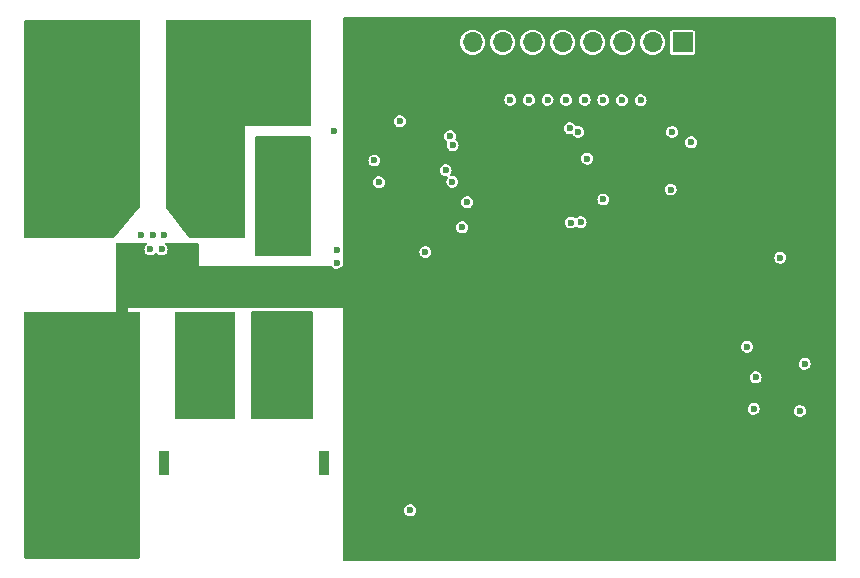
<source format=gbr>
%TF.GenerationSoftware,KiCad,Pcbnew,7.0.5*%
%TF.CreationDate,2023-06-27T23:48:28+08:00*%
%TF.ProjectId,BQ40Z80,42513430-5a38-4302-9e6b-696361645f70,rev?*%
%TF.SameCoordinates,Original*%
%TF.FileFunction,Copper,L2,Inr*%
%TF.FilePolarity,Positive*%
%FSLAX46Y46*%
G04 Gerber Fmt 4.6, Leading zero omitted, Abs format (unit mm)*
G04 Created by KiCad (PCBNEW 7.0.5) date 2023-06-27 23:48:28*
%MOMM*%
%LPD*%
G01*
G04 APERTURE LIST*
G04 Aperture macros list*
%AMRoundRect*
0 Rectangle with rounded corners*
0 $1 Rounding radius*
0 $2 $3 $4 $5 $6 $7 $8 $9 X,Y pos of 4 corners*
0 Add a 4 corners polygon primitive as box body*
4,1,4,$2,$3,$4,$5,$6,$7,$8,$9,$2,$3,0*
0 Add four circle primitives for the rounded corners*
1,1,$1+$1,$2,$3*
1,1,$1+$1,$4,$5*
1,1,$1+$1,$6,$7*
1,1,$1+$1,$8,$9*
0 Add four rect primitives between the rounded corners*
20,1,$1+$1,$2,$3,$4,$5,0*
20,1,$1+$1,$4,$5,$6,$7,0*
20,1,$1+$1,$6,$7,$8,$9,0*
20,1,$1+$1,$8,$9,$2,$3,0*%
G04 Aperture macros list end*
%TA.AperFunction,ComponentPad*%
%ADD10R,0.900000X2.000000*%
%TD*%
%TA.AperFunction,ComponentPad*%
%ADD11RoundRect,1.025000X1.025000X1.025000X-1.025000X1.025000X-1.025000X-1.025000X1.025000X-1.025000X0*%
%TD*%
%TA.AperFunction,ComponentPad*%
%ADD12C,4.100000*%
%TD*%
%TA.AperFunction,ComponentPad*%
%ADD13R,1.700000X1.700000*%
%TD*%
%TA.AperFunction,ComponentPad*%
%ADD14O,1.700000X1.700000*%
%TD*%
%TA.AperFunction,Conductor*%
%ADD15RoundRect,0.200000X-0.300000X0.050000X-0.300000X-0.050000X0.300000X-0.050000X0.300000X0.050000X0*%
%TD*%
%TA.AperFunction,ViaPad*%
%ADD16C,0.600000*%
%TD*%
G04 APERTURE END LIST*
%TA.AperFunction,EtchedComponent*%
%TO.C,NT2*%
G36*
X109008800Y-125264800D02*
G01*
X108008800Y-125264800D01*
X108008800Y-124264800D01*
X109008800Y-124264800D01*
X109008800Y-125264800D01*
G37*
%TD.AperFunction*%
%TD*%
D10*
%TO.N,*%
%TO.C,J5*%
X125596600Y-137729200D03*
X112096600Y-137729200D03*
D11*
%TO.N,/PACK-*%
X115246600Y-131729200D03*
D12*
%TO.N,/PACK+*%
X122446600Y-131729200D03*
%TD*%
D13*
%TO.N,/PIN12*%
%TO.C,J4*%
X155981400Y-102108000D03*
D14*
%TO.N,/PIN13*%
X153441400Y-102108000D03*
%TO.N,/PIN15*%
X150901400Y-102108000D03*
%TO.N,/PIN16*%
X148361400Y-102108000D03*
%TO.N,/PIN17*%
X145821400Y-102108000D03*
%TO.N,/PIN20*%
X143281400Y-102108000D03*
%TO.N,/PIN21*%
X140741400Y-102108000D03*
%TO.N,/PIN22*%
X138201400Y-102108000D03*
%TD*%
D15*
%TO.N,GND*%
%TO.C,NT2*%
X108508800Y-124264800D03*
%TO.N,GNDPWR*%
X108508800Y-125264800D03*
%TD*%
D16*
%TO.N,GND*%
X134467600Y-134975600D03*
X151815800Y-144373600D03*
X146633800Y-113131200D03*
X135813800Y-101498400D03*
X160274000Y-125069600D03*
X145744800Y-113131200D03*
X167792400Y-111683800D03*
X146633800Y-114020200D03*
X114604800Y-122402600D03*
X135813800Y-103632000D03*
X166827200Y-122428000D03*
X144855800Y-114909200D03*
X108331000Y-122631200D03*
X135813800Y-102920800D03*
X144855800Y-113131200D03*
X150393400Y-144373600D03*
X167792400Y-114528600D03*
X167792400Y-113817400D03*
X158419800Y-100685600D03*
X158419800Y-102819200D03*
X152501600Y-117500400D03*
X144855800Y-114020200D03*
X131419600Y-124282200D03*
X135813800Y-100787200D03*
X136601200Y-134975600D03*
X135890000Y-134975600D03*
X160274000Y-126492000D03*
X166827200Y-123139200D03*
X158419800Y-102108000D03*
X160274000Y-125780800D03*
X162052000Y-113487200D03*
X166827200Y-121716800D03*
X152527000Y-144373600D03*
X149682200Y-144373600D03*
X158419800Y-101396800D03*
X133527800Y-143865600D03*
X134239000Y-143865600D03*
X161366200Y-109626400D03*
X135178800Y-134975600D03*
X151104600Y-144373600D03*
X109778800Y-122605800D03*
X153924000Y-117500400D03*
X167792400Y-112395000D03*
X145744800Y-114909200D03*
X153212800Y-117500400D03*
X151079200Y-117500400D03*
X151790400Y-117500400D03*
X132816600Y-143865600D03*
X130632200Y-124282200D03*
X135813800Y-102209600D03*
X137312400Y-134975600D03*
X158419800Y-103530400D03*
X145744800Y-114020200D03*
X130632200Y-122351800D03*
X167792400Y-113106200D03*
X131419600Y-122351800D03*
X161391600Y-111556800D03*
X160477200Y-114020600D03*
X146633800Y-114909200D03*
%TO.N,/SR_P*%
X147352100Y-117341300D03*
X110921800Y-119634000D03*
%TO.N,/PACK+*%
X122783600Y-129082800D03*
X120243600Y-129082800D03*
X122783600Y-127812800D03*
X124053600Y-126542800D03*
X122783600Y-126542800D03*
X124053600Y-127812800D03*
X120243600Y-127812800D03*
X136525000Y-110820200D03*
X124053600Y-125272800D03*
X126691947Y-120780637D03*
X121513600Y-127812800D03*
X122783600Y-125272800D03*
X124053600Y-129082800D03*
X121513600Y-129082800D03*
X121513600Y-125272800D03*
X121513600Y-126542800D03*
X120243600Y-126542800D03*
X120243600Y-125272800D03*
%TO.N,/SR_N*%
X111887000Y-119634000D03*
X146514300Y-117373400D03*
%TO.N,/BAT+*%
X102565200Y-113741200D03*
X105105200Y-115011200D03*
X108915200Y-109931200D03*
X105105200Y-109931200D03*
X108915200Y-115011200D03*
X102565200Y-104851200D03*
X107645200Y-113741200D03*
X101295200Y-102311200D03*
X106375200Y-108661200D03*
X103835200Y-104851200D03*
X106375200Y-112471200D03*
X137312400Y-117779800D03*
X101295200Y-109931200D03*
X107645200Y-101041200D03*
X108915200Y-111201200D03*
X108915200Y-103581200D03*
X105105200Y-102311200D03*
X107645200Y-104851200D03*
X103835200Y-117551200D03*
X107645200Y-117551200D03*
X107645200Y-103581200D03*
X101295200Y-115011200D03*
X105105200Y-107391200D03*
X101295200Y-108661200D03*
X106375200Y-106121200D03*
X108915200Y-107391200D03*
X102565200Y-112471200D03*
X103835200Y-111201200D03*
X105105200Y-117551200D03*
X107645200Y-102311200D03*
X102565200Y-111201200D03*
X102565200Y-115011200D03*
X107645200Y-107391200D03*
X102565200Y-102311200D03*
X106375200Y-104851200D03*
X106375200Y-111201200D03*
X102565200Y-116281200D03*
X102565200Y-109931200D03*
X108915200Y-108661200D03*
X106375200Y-101041200D03*
X103835200Y-102311200D03*
X108915200Y-106121200D03*
X102565200Y-103581200D03*
X101295200Y-112471200D03*
X107645200Y-116281200D03*
X103835200Y-109931200D03*
X106375200Y-102311200D03*
X105105200Y-103581200D03*
X106375200Y-117551200D03*
X103835200Y-107391200D03*
X106375200Y-103581200D03*
X101295200Y-117551200D03*
X107645200Y-111201200D03*
X106375200Y-115011200D03*
X106375200Y-107391200D03*
X108915200Y-101041200D03*
X105105200Y-113741200D03*
X103835200Y-103581200D03*
X105105200Y-116281200D03*
X101295200Y-104851200D03*
X101295200Y-101041200D03*
X107645200Y-109931200D03*
X106375200Y-113741200D03*
X101295200Y-111201200D03*
X103835200Y-113741200D03*
X102565200Y-106121200D03*
X102565200Y-117551200D03*
X108915200Y-116281200D03*
X101295200Y-116281200D03*
X101295200Y-113741200D03*
X106375200Y-109931200D03*
X108915200Y-113741200D03*
X103835200Y-108661200D03*
X107645200Y-106121200D03*
X108915200Y-102311200D03*
X103835200Y-112471200D03*
X102565200Y-108661200D03*
X101295200Y-103581200D03*
X105105200Y-111201200D03*
X105105200Y-101041200D03*
X105105200Y-112471200D03*
X105105200Y-106121200D03*
X107645200Y-112471200D03*
X106375200Y-116281200D03*
X103835200Y-115011200D03*
X101295200Y-107391200D03*
X108915200Y-104851200D03*
X103835200Y-116281200D03*
X103835200Y-101041200D03*
X103835200Y-106121200D03*
X101295200Y-106121200D03*
X105105200Y-104851200D03*
X108915200Y-112471200D03*
X102565200Y-107391200D03*
X107645200Y-115011200D03*
X102565200Y-101041200D03*
X105105200Y-108661200D03*
X107645200Y-108661200D03*
%TO.N,/LEDCNTLA*%
X165912800Y-133324600D03*
X166319200Y-129336800D03*
%TO.N,Net-(Q7-D)*%
X112115600Y-118414800D03*
X132054600Y-108788200D03*
X111150400Y-118414800D03*
X110159800Y-118414800D03*
%TO.N,/TS1*%
X132918200Y-141732000D03*
X149275800Y-115417600D03*
%TO.N,Net-(Q12-D)*%
X124053600Y-114452400D03*
X122783600Y-113182400D03*
X121513600Y-114452400D03*
X122783600Y-115722400D03*
X122783600Y-111912400D03*
X120243600Y-114452400D03*
X120243600Y-115722400D03*
X121513600Y-110642400D03*
X124053600Y-116992400D03*
X120243600Y-119532400D03*
X124053600Y-115722400D03*
X122783600Y-119532400D03*
X130276600Y-113969800D03*
X122783600Y-118262400D03*
X121513600Y-116992400D03*
X120243600Y-118262400D03*
X121513600Y-111912400D03*
X122783600Y-116992400D03*
X121513600Y-113182400D03*
X124053600Y-111912400D03*
X136296400Y-110068900D03*
X122783600Y-110642400D03*
X120243600Y-113182400D03*
X121513600Y-118262400D03*
X124053600Y-110642400D03*
X120243600Y-111912400D03*
X121513600Y-115722400D03*
X124053600Y-113182400D03*
X124053600Y-119532400D03*
X122783600Y-114452400D03*
X120243600Y-116992400D03*
X121513600Y-119532400D03*
X124053600Y-118262400D03*
X120243600Y-110642400D03*
%TO.N,Net-(Q8-G)*%
X126441200Y-109651800D03*
X137744200Y-115646200D03*
%TO.N,Net-(Q9-G)*%
X129895600Y-112115600D03*
X136499600Y-113919000D03*
%TO.N,Net-(Q12-G)*%
X135930100Y-112953800D03*
X126695200Y-119735600D03*
%TO.N,/PACK-*%
X113588800Y-127812800D03*
X117398800Y-126542800D03*
X113588800Y-126542800D03*
X114858800Y-127812800D03*
X116128800Y-129082800D03*
X114858800Y-126542800D03*
X117398800Y-125272800D03*
X116128800Y-125272800D03*
X114858800Y-125272800D03*
X113588800Y-125272800D03*
X117398800Y-129082800D03*
X117398800Y-127812800D03*
X116128800Y-126542800D03*
X114858800Y-129082800D03*
X113588800Y-129082800D03*
X116128800Y-127812800D03*
%TO.N,/PIN22*%
X161442400Y-127889000D03*
X141401800Y-106981500D03*
%TO.N,/PIN21*%
X142976600Y-106981500D03*
X162179000Y-130479800D03*
%TO.N,/PIN20*%
X144551400Y-106981500D03*
X162001200Y-133146800D03*
%TO.N,/PIN13*%
X150850600Y-107007900D03*
%TO.N,/PIN16*%
X147701000Y-106969300D03*
X134213600Y-119862600D03*
%TO.N,/PIN17*%
X146126200Y-106981500D03*
X147904200Y-111963200D03*
X154965400Y-114579400D03*
%TO.N,/PIN15*%
X164261800Y-120345200D03*
X149275800Y-106994700D03*
%TO.N,/PIN12*%
X152425400Y-107007900D03*
%TO.N,/SMBC*%
X156712223Y-110584360D03*
X146431596Y-109382184D03*
%TO.N,/SMBD*%
X155092400Y-109702600D03*
X147142200Y-109702600D03*
%TO.N,Net-(C9-Pad1)*%
X115214400Y-109931200D03*
X121564400Y-101041200D03*
X121564400Y-103581200D03*
X124104400Y-102311200D03*
X121564400Y-104851200D03*
X119024400Y-104851200D03*
X116484400Y-112471200D03*
X115214400Y-104851200D03*
X116484400Y-113741200D03*
X112674400Y-111201200D03*
X120294400Y-103581200D03*
X124104400Y-101041200D03*
X119024400Y-106121200D03*
X117754400Y-107391200D03*
X112674400Y-106121200D03*
X117754400Y-103581200D03*
X124104400Y-103581200D03*
X117754400Y-104851200D03*
X112674400Y-101041200D03*
X120294400Y-102311200D03*
X122834400Y-103581200D03*
X113944400Y-106121200D03*
X112674400Y-113741200D03*
X122834400Y-104851200D03*
X112674400Y-115011200D03*
X122834400Y-107391200D03*
X112674400Y-109931200D03*
X117754400Y-115011200D03*
X115214400Y-108661200D03*
X113944400Y-102311200D03*
X112674400Y-104851200D03*
X122834400Y-106121200D03*
X115214400Y-117551200D03*
X116484400Y-108661200D03*
X120294400Y-101041200D03*
X119024400Y-101041200D03*
X124104400Y-107391200D03*
X113944400Y-107391200D03*
X115214400Y-103581200D03*
X113944400Y-101041200D03*
X113944400Y-104851200D03*
X116484400Y-101041200D03*
X113944400Y-117551200D03*
X116484400Y-106121200D03*
X120294400Y-106121200D03*
X117754400Y-108661200D03*
X115214400Y-116281200D03*
X112674400Y-112471200D03*
X115214400Y-107391200D03*
X117754400Y-111201200D03*
X116484400Y-102311200D03*
X116484400Y-104851200D03*
X122834400Y-101041200D03*
X117754400Y-112471200D03*
X112674400Y-103581200D03*
X115214400Y-113741200D03*
X117754400Y-106121200D03*
X113944400Y-103581200D03*
X120294400Y-107391200D03*
X122834400Y-102311200D03*
X121564400Y-106121200D03*
X113944400Y-113741200D03*
X117754400Y-116281200D03*
X119024400Y-107391200D03*
X113944400Y-108661200D03*
X115214400Y-102311200D03*
X124104400Y-106121200D03*
X112674400Y-102311200D03*
X117754400Y-109931200D03*
X113944400Y-116281200D03*
X120294400Y-104851200D03*
X119024400Y-102311200D03*
X115214400Y-106121200D03*
X116484400Y-116281200D03*
X115214400Y-115011200D03*
X113944400Y-112471200D03*
X116484400Y-107391200D03*
X116484400Y-111201200D03*
X113944400Y-111201200D03*
X113944400Y-109931200D03*
X115214400Y-112471200D03*
X112674400Y-107391200D03*
X112674400Y-108661200D03*
X117754400Y-101041200D03*
X117754400Y-102311200D03*
X116484400Y-103581200D03*
X119024400Y-103581200D03*
X115214400Y-111201200D03*
X116484400Y-109931200D03*
X121564400Y-107391200D03*
X113944400Y-115011200D03*
X115214400Y-101041200D03*
X117754400Y-113741200D03*
X116484400Y-115011200D03*
X121564400Y-102311200D03*
X124104400Y-104851200D03*
%TO.N,GNDPWR*%
X108839000Y-127127000D03*
X103759000Y-142367000D03*
X101219000Y-130937000D03*
X108839000Y-134747000D03*
X102489000Y-139827000D03*
X107569000Y-137287000D03*
X108839000Y-144907000D03*
X101219000Y-139827000D03*
X107569000Y-128397000D03*
X108839000Y-138557000D03*
X102489000Y-141097000D03*
X103759000Y-130937000D03*
X105029000Y-136017000D03*
X105029000Y-134747000D03*
X105029000Y-127127000D03*
X107569000Y-134747000D03*
X108839000Y-129667000D03*
X105029000Y-137287000D03*
X108839000Y-130937000D03*
X102489000Y-125857000D03*
X106299000Y-127127000D03*
X102489000Y-138557000D03*
X103759000Y-137287000D03*
X101219000Y-141097000D03*
X105029000Y-144907000D03*
X102489000Y-143637000D03*
X108839000Y-141097000D03*
X105029000Y-129667000D03*
X101219000Y-133477000D03*
X107569000Y-142367000D03*
X106299000Y-132207000D03*
X108839000Y-132207000D03*
X103759000Y-139827000D03*
X107569000Y-139827000D03*
X105029000Y-138557000D03*
X107569000Y-141097000D03*
X106299000Y-142367000D03*
X102489000Y-144907000D03*
X103759000Y-129667000D03*
X108839000Y-142367000D03*
X103759000Y-132207000D03*
X101219000Y-138557000D03*
X108839000Y-143637000D03*
X103759000Y-133477000D03*
X107569000Y-138557000D03*
X107569000Y-133477000D03*
X105029000Y-130937000D03*
X101219000Y-129667000D03*
X106299000Y-144907000D03*
X106299000Y-134747000D03*
X107569000Y-144907000D03*
X103759000Y-125857000D03*
X106299000Y-130937000D03*
X108839000Y-136017000D03*
X101219000Y-142367000D03*
X107569000Y-132207000D03*
X102489000Y-134747000D03*
X103759000Y-138557000D03*
X102489000Y-127127000D03*
X101219000Y-132207000D03*
X102489000Y-129667000D03*
X107569000Y-130937000D03*
X105029000Y-143637000D03*
X105029000Y-142367000D03*
X105029000Y-128397000D03*
X107569000Y-136017000D03*
X106299000Y-129667000D03*
X106299000Y-138557000D03*
X101219000Y-134747000D03*
X106299000Y-137287000D03*
X102489000Y-130937000D03*
X106299000Y-136017000D03*
X101219000Y-127127000D03*
X108839000Y-137287000D03*
X102489000Y-128397000D03*
X108839000Y-139827000D03*
X102489000Y-132207000D03*
X105029000Y-141097000D03*
X103759000Y-134747000D03*
X106299000Y-141097000D03*
X103759000Y-136017000D03*
X107569000Y-143637000D03*
X105029000Y-132207000D03*
X107569000Y-129667000D03*
X106299000Y-139827000D03*
X101219000Y-137287000D03*
X103759000Y-143637000D03*
X106299000Y-128397000D03*
X101219000Y-144907000D03*
X103759000Y-144907000D03*
X102489000Y-136017000D03*
X107569000Y-125857000D03*
X106299000Y-125857000D03*
X108839000Y-125857000D03*
X101219000Y-136017000D03*
X101219000Y-143637000D03*
X106299000Y-133477000D03*
X108839000Y-133477000D03*
X108839000Y-128397000D03*
X103759000Y-127127000D03*
X107569000Y-127127000D03*
X101219000Y-125857000D03*
X105029000Y-139827000D03*
X101219000Y-128397000D03*
X103759000Y-128397000D03*
X102489000Y-142367000D03*
X102489000Y-137287000D03*
X105029000Y-133477000D03*
X106299000Y-143637000D03*
X105029000Y-125857000D03*
X102489000Y-133477000D03*
X103759000Y-141097000D03*
%TD*%
%TA.AperFunction,Conductor*%
%TO.N,/PACK-*%
G36*
X118028192Y-124924735D02*
G01*
X118042825Y-124930796D01*
X118089351Y-124970533D01*
X118096401Y-124984370D01*
X118102463Y-124999005D01*
X118110000Y-125036891D01*
X118110000Y-133890708D01*
X118102463Y-133928597D01*
X118096402Y-133943228D01*
X118056663Y-133989752D01*
X118042830Y-133996801D01*
X118035448Y-133999858D01*
X118028197Y-134002862D01*
X117990309Y-134010400D01*
X113098891Y-134010400D01*
X113061005Y-134002863D01*
X113046370Y-133996801D01*
X112999847Y-133957063D01*
X112992797Y-133943228D01*
X112986734Y-133928590D01*
X112979200Y-133890708D01*
X112979200Y-125036891D01*
X112986734Y-124999010D01*
X112992796Y-124984373D01*
X113032531Y-124937850D01*
X113046366Y-124930799D01*
X113061010Y-124924734D01*
X113098891Y-124917200D01*
X117990309Y-124917200D01*
X118028192Y-124924735D01*
G37*
%TD.AperFunction*%
%TD*%
%TA.AperFunction,Conductor*%
%TO.N,/BAT+*%
G36*
X109950992Y-100210535D02*
G01*
X109965625Y-100216596D01*
X110012151Y-100256333D01*
X110019201Y-100270170D01*
X110025263Y-100284805D01*
X110032800Y-100322691D01*
X110032800Y-116058178D01*
X110031284Y-116075438D01*
X110029778Y-116083944D01*
X110017944Y-116116334D01*
X110013612Y-116123807D01*
X110003650Y-116137972D01*
X107885334Y-118650394D01*
X107869774Y-118665228D01*
X107861455Y-118671588D01*
X107822700Y-118689604D01*
X107812474Y-118691865D01*
X107791101Y-118694200D01*
X100373338Y-118694200D01*
X100335482Y-118686676D01*
X100320853Y-118680622D01*
X100274314Y-118640901D01*
X100267287Y-118627134D01*
X100261210Y-118612504D01*
X100253635Y-118574666D01*
X100228565Y-100322844D01*
X100236060Y-100284923D01*
X100242110Y-100270274D01*
X100281796Y-100223710D01*
X100295691Y-100216618D01*
X100310334Y-100210547D01*
X100348247Y-100203000D01*
X109913109Y-100203000D01*
X109950992Y-100210535D01*
G37*
%TD.AperFunction*%
%TD*%
%TA.AperFunction,Conductor*%
%TO.N,GND*%
G36*
X168919399Y-100008035D02*
G01*
X168932825Y-100013596D01*
X168979350Y-100053333D01*
X168986401Y-100067170D01*
X168991963Y-100080598D01*
X168999500Y-100118484D01*
X168999500Y-145881515D01*
X168991963Y-145919404D01*
X168986402Y-145932828D01*
X168946663Y-145979352D01*
X168932829Y-145986401D01*
X168919403Y-145991962D01*
X168881516Y-145999500D01*
X127347084Y-145999500D01*
X127309198Y-145991963D01*
X127295770Y-145986401D01*
X127249247Y-145946663D01*
X127242197Y-145932828D01*
X127236134Y-145918190D01*
X127228600Y-145880308D01*
X127228600Y-141732002D01*
X132412553Y-141732002D01*
X132433034Y-141874456D01*
X132492822Y-142005371D01*
X132492823Y-142005373D01*
X132587072Y-142114143D01*
X132587073Y-142114144D01*
X132708142Y-142191950D01*
X132708147Y-142191953D01*
X132814603Y-142223211D01*
X132846235Y-142232499D01*
X132846236Y-142232499D01*
X132846239Y-142232500D01*
X132846241Y-142232500D01*
X132990159Y-142232500D01*
X132990161Y-142232500D01*
X133128253Y-142191953D01*
X133249328Y-142114143D01*
X133343577Y-142005373D01*
X133403365Y-141874457D01*
X133423847Y-141732000D01*
X133403365Y-141589543D01*
X133343577Y-141458627D01*
X133249328Y-141349857D01*
X133249327Y-141349856D01*
X133249326Y-141349855D01*
X133128257Y-141272049D01*
X133128254Y-141272047D01*
X133128253Y-141272047D01*
X133128250Y-141272046D01*
X132990164Y-141231500D01*
X132990161Y-141231500D01*
X132846239Y-141231500D01*
X132846235Y-141231500D01*
X132708149Y-141272046D01*
X132708142Y-141272049D01*
X132587073Y-141349855D01*
X132492822Y-141458628D01*
X132433034Y-141589543D01*
X132412553Y-141731997D01*
X132412553Y-141732002D01*
X127228600Y-141732002D01*
X127228600Y-133146802D01*
X161495553Y-133146802D01*
X161516034Y-133289256D01*
X161575822Y-133420171D01*
X161575823Y-133420173D01*
X161616448Y-133467057D01*
X161670073Y-133528944D01*
X161777482Y-133597971D01*
X161791147Y-133606753D01*
X161897603Y-133638011D01*
X161929235Y-133647299D01*
X161929236Y-133647299D01*
X161929239Y-133647300D01*
X161929241Y-133647300D01*
X162073159Y-133647300D01*
X162073161Y-133647300D01*
X162211253Y-133606753D01*
X162332328Y-133528943D01*
X162426577Y-133420173D01*
X162470223Y-133324602D01*
X165407153Y-133324602D01*
X165427634Y-133467056D01*
X165455898Y-133528944D01*
X165487423Y-133597973D01*
X165530164Y-133647299D01*
X165581673Y-133706744D01*
X165702742Y-133784550D01*
X165702747Y-133784553D01*
X165809203Y-133815811D01*
X165840835Y-133825099D01*
X165840836Y-133825099D01*
X165840839Y-133825100D01*
X165840841Y-133825100D01*
X165984759Y-133825100D01*
X165984761Y-133825100D01*
X166122853Y-133784553D01*
X166243928Y-133706743D01*
X166338177Y-133597973D01*
X166397965Y-133467057D01*
X166418447Y-133324600D01*
X166413365Y-133289257D01*
X166397965Y-133182143D01*
X166338177Y-133051228D01*
X166338177Y-133051227D01*
X166243928Y-132942457D01*
X166243927Y-132942456D01*
X166243926Y-132942455D01*
X166122857Y-132864649D01*
X166122854Y-132864647D01*
X166122853Y-132864647D01*
X166122850Y-132864646D01*
X165984764Y-132824100D01*
X165984761Y-132824100D01*
X165840839Y-132824100D01*
X165840835Y-132824100D01*
X165702749Y-132864646D01*
X165702742Y-132864649D01*
X165581673Y-132942455D01*
X165487422Y-133051228D01*
X165427634Y-133182143D01*
X165407153Y-133324597D01*
X165407153Y-133324602D01*
X162470223Y-133324602D01*
X162486365Y-133289257D01*
X162493192Y-133241771D01*
X162506847Y-133146802D01*
X162506847Y-133146797D01*
X162486365Y-133004343D01*
X162426577Y-132873428D01*
X162426577Y-132873427D01*
X162332328Y-132764657D01*
X162332327Y-132764656D01*
X162332326Y-132764655D01*
X162211257Y-132686849D01*
X162211254Y-132686847D01*
X162211253Y-132686847D01*
X162211250Y-132686846D01*
X162073164Y-132646300D01*
X162073161Y-132646300D01*
X161929239Y-132646300D01*
X161929235Y-132646300D01*
X161791149Y-132686846D01*
X161791142Y-132686849D01*
X161670073Y-132764655D01*
X161575822Y-132873428D01*
X161516034Y-133004343D01*
X161495553Y-133146797D01*
X161495553Y-133146802D01*
X127228600Y-133146802D01*
X127228600Y-130479802D01*
X161673353Y-130479802D01*
X161693834Y-130622256D01*
X161753622Y-130753171D01*
X161753623Y-130753173D01*
X161847872Y-130861943D01*
X161847873Y-130861944D01*
X161968942Y-130939750D01*
X161968947Y-130939753D01*
X162075403Y-130971011D01*
X162107035Y-130980299D01*
X162107036Y-130980299D01*
X162107039Y-130980300D01*
X162107041Y-130980300D01*
X162250959Y-130980300D01*
X162250961Y-130980300D01*
X162389053Y-130939753D01*
X162510128Y-130861943D01*
X162604377Y-130753173D01*
X162664165Y-130622257D01*
X162684647Y-130479800D01*
X162664165Y-130337343D01*
X162604377Y-130206427D01*
X162510128Y-130097657D01*
X162510127Y-130097656D01*
X162510126Y-130097655D01*
X162389057Y-130019849D01*
X162389054Y-130019847D01*
X162389053Y-130019847D01*
X162389050Y-130019846D01*
X162250964Y-129979300D01*
X162250961Y-129979300D01*
X162107039Y-129979300D01*
X162107035Y-129979300D01*
X161968949Y-130019846D01*
X161968942Y-130019849D01*
X161847873Y-130097655D01*
X161753622Y-130206428D01*
X161693834Y-130337343D01*
X161673353Y-130479797D01*
X161673353Y-130479802D01*
X127228600Y-130479802D01*
X127228600Y-129336802D01*
X165813553Y-129336802D01*
X165834034Y-129479256D01*
X165893822Y-129610171D01*
X165893823Y-129610173D01*
X165988072Y-129718943D01*
X165988073Y-129718944D01*
X166109142Y-129796750D01*
X166109147Y-129796753D01*
X166215603Y-129828011D01*
X166247235Y-129837299D01*
X166247236Y-129837299D01*
X166247239Y-129837300D01*
X166247241Y-129837300D01*
X166391159Y-129837300D01*
X166391161Y-129837300D01*
X166529253Y-129796753D01*
X166650328Y-129718943D01*
X166744577Y-129610173D01*
X166804365Y-129479257D01*
X166824847Y-129336800D01*
X166804365Y-129194343D01*
X166744577Y-129063427D01*
X166650328Y-128954657D01*
X166650327Y-128954656D01*
X166650326Y-128954655D01*
X166529257Y-128876849D01*
X166529254Y-128876847D01*
X166529253Y-128876847D01*
X166529250Y-128876846D01*
X166391164Y-128836300D01*
X166391161Y-128836300D01*
X166247239Y-128836300D01*
X166247235Y-128836300D01*
X166109149Y-128876846D01*
X166109142Y-128876849D01*
X165988073Y-128954655D01*
X165893822Y-129063428D01*
X165834034Y-129194343D01*
X165813553Y-129336797D01*
X165813553Y-129336802D01*
X127228600Y-129336802D01*
X127228600Y-127889002D01*
X160936753Y-127889002D01*
X160957234Y-128031456D01*
X161017022Y-128162371D01*
X161017023Y-128162373D01*
X161111272Y-128271143D01*
X161111273Y-128271144D01*
X161232342Y-128348950D01*
X161232347Y-128348953D01*
X161338803Y-128380211D01*
X161370435Y-128389499D01*
X161370436Y-128389499D01*
X161370439Y-128389500D01*
X161370441Y-128389500D01*
X161514359Y-128389500D01*
X161514361Y-128389500D01*
X161652453Y-128348953D01*
X161773528Y-128271143D01*
X161867777Y-128162373D01*
X161927565Y-128031457D01*
X161948047Y-127889000D01*
X161927565Y-127746543D01*
X161867777Y-127615627D01*
X161773528Y-127506857D01*
X161773527Y-127506856D01*
X161773526Y-127506855D01*
X161652457Y-127429049D01*
X161652454Y-127429047D01*
X161652453Y-127429047D01*
X161652450Y-127429046D01*
X161514364Y-127388500D01*
X161514361Y-127388500D01*
X161370439Y-127388500D01*
X161370435Y-127388500D01*
X161232349Y-127429046D01*
X161232342Y-127429049D01*
X161111273Y-127506855D01*
X161017022Y-127615628D01*
X160957234Y-127746543D01*
X160936753Y-127888997D01*
X160936753Y-127889002D01*
X127228600Y-127889002D01*
X127228600Y-127101600D01*
X127226356Y-124686908D01*
X127226356Y-124686907D01*
X127226355Y-124686906D01*
X127226262Y-124587000D01*
X127482600Y-124587000D01*
X127482600Y-121031000D01*
X127222957Y-121031000D01*
X127221871Y-119862602D01*
X133707953Y-119862602D01*
X133728434Y-120005056D01*
X133788222Y-120135971D01*
X133788223Y-120135973D01*
X133839849Y-120195553D01*
X133882473Y-120244744D01*
X134003542Y-120322550D01*
X134003547Y-120322553D01*
X134110003Y-120353811D01*
X134141635Y-120363099D01*
X134141636Y-120363099D01*
X134141639Y-120363100D01*
X134141641Y-120363100D01*
X134285559Y-120363100D01*
X134285561Y-120363100D01*
X134346517Y-120345202D01*
X163756153Y-120345202D01*
X163776634Y-120487656D01*
X163785589Y-120507264D01*
X163836423Y-120618573D01*
X163930672Y-120727343D01*
X163930673Y-120727344D01*
X164013599Y-120780637D01*
X164051747Y-120805153D01*
X164158203Y-120836411D01*
X164189835Y-120845699D01*
X164189836Y-120845699D01*
X164189839Y-120845700D01*
X164189841Y-120845700D01*
X164333759Y-120845700D01*
X164333761Y-120845700D01*
X164471853Y-120805153D01*
X164592928Y-120727343D01*
X164687177Y-120618573D01*
X164746965Y-120487657D01*
X164759785Y-120398494D01*
X164767447Y-120345202D01*
X164767447Y-120345197D01*
X164746965Y-120202743D01*
X164687177Y-120071828D01*
X164687177Y-120071827D01*
X164592928Y-119963057D01*
X164592927Y-119963056D01*
X164592926Y-119963055D01*
X164471857Y-119885249D01*
X164471854Y-119885247D01*
X164471853Y-119885247D01*
X164471850Y-119885246D01*
X164333764Y-119844700D01*
X164333761Y-119844700D01*
X164189839Y-119844700D01*
X164189835Y-119844700D01*
X164051749Y-119885246D01*
X164051742Y-119885249D01*
X163930673Y-119963055D01*
X163836422Y-120071828D01*
X163776634Y-120202743D01*
X163756153Y-120345197D01*
X163756153Y-120345202D01*
X134346517Y-120345202D01*
X134423653Y-120322553D01*
X134544728Y-120244743D01*
X134638977Y-120135973D01*
X134698765Y-120005057D01*
X134719247Y-119862600D01*
X134716673Y-119844700D01*
X134698765Y-119720143D01*
X134638977Y-119589228D01*
X134638977Y-119589227D01*
X134544728Y-119480457D01*
X134544727Y-119480456D01*
X134544726Y-119480455D01*
X134423657Y-119402649D01*
X134423654Y-119402647D01*
X134423653Y-119402647D01*
X134423650Y-119402646D01*
X134285564Y-119362100D01*
X134285561Y-119362100D01*
X134141639Y-119362100D01*
X134141635Y-119362100D01*
X134003549Y-119402646D01*
X134003542Y-119402649D01*
X133882473Y-119480455D01*
X133788222Y-119589228D01*
X133728434Y-119720143D01*
X133707953Y-119862597D01*
X133707953Y-119862602D01*
X127221871Y-119862602D01*
X127219936Y-117779802D01*
X136806753Y-117779802D01*
X136827234Y-117922256D01*
X136887022Y-118053171D01*
X136887023Y-118053173D01*
X136981272Y-118161943D01*
X136981273Y-118161944D01*
X137102342Y-118239750D01*
X137102347Y-118239753D01*
X137208803Y-118271011D01*
X137240435Y-118280299D01*
X137240436Y-118280299D01*
X137240439Y-118280300D01*
X137240441Y-118280300D01*
X137384359Y-118280300D01*
X137384361Y-118280300D01*
X137522453Y-118239753D01*
X137643528Y-118161943D01*
X137737777Y-118053173D01*
X137797565Y-117922257D01*
X137818047Y-117779800D01*
X137814559Y-117755543D01*
X137797565Y-117637343D01*
X137737777Y-117506427D01*
X137643528Y-117397657D01*
X137643527Y-117397656D01*
X137643526Y-117397655D01*
X137605787Y-117373402D01*
X146008653Y-117373402D01*
X146029134Y-117515856D01*
X146074262Y-117614671D01*
X146088923Y-117646773D01*
X146183172Y-117755543D01*
X146183173Y-117755544D01*
X146254298Y-117801253D01*
X146304247Y-117833353D01*
X146410703Y-117864611D01*
X146442335Y-117873899D01*
X146442336Y-117873899D01*
X146442339Y-117873900D01*
X146442341Y-117873900D01*
X146586259Y-117873900D01*
X146586261Y-117873900D01*
X146724353Y-117833353D01*
X146845428Y-117755543D01*
X146872289Y-117724542D01*
X146924682Y-117692948D01*
X146985643Y-117698183D01*
X147015003Y-117719515D01*
X147015619Y-117718805D01*
X147020972Y-117723443D01*
X147108668Y-117779802D01*
X147142047Y-117801253D01*
X147248503Y-117832511D01*
X147280135Y-117841799D01*
X147280136Y-117841799D01*
X147280139Y-117841800D01*
X147280141Y-117841800D01*
X147424059Y-117841800D01*
X147424061Y-117841800D01*
X147562153Y-117801253D01*
X147683228Y-117723443D01*
X147777477Y-117614673D01*
X147837265Y-117483757D01*
X147849644Y-117397657D01*
X147857747Y-117341302D01*
X147857747Y-117341297D01*
X147837265Y-117198843D01*
X147792137Y-117100028D01*
X147777477Y-117067927D01*
X147683228Y-116959157D01*
X147683227Y-116959156D01*
X147683226Y-116959155D01*
X147562157Y-116881349D01*
X147562154Y-116881347D01*
X147562153Y-116881347D01*
X147562150Y-116881346D01*
X147424064Y-116840800D01*
X147424061Y-116840800D01*
X147280139Y-116840800D01*
X147280135Y-116840800D01*
X147142049Y-116881346D01*
X147142042Y-116881349D01*
X147020972Y-116959156D01*
X146994111Y-116990156D01*
X146941715Y-117021751D01*
X146880754Y-117016515D01*
X146851397Y-116995183D01*
X146850781Y-116995895D01*
X146845427Y-116991256D01*
X146724357Y-116913449D01*
X146724354Y-116913447D01*
X146724353Y-116913447D01*
X146724350Y-116913446D01*
X146586264Y-116872900D01*
X146586261Y-116872900D01*
X146442339Y-116872900D01*
X146442335Y-116872900D01*
X146304249Y-116913446D01*
X146304242Y-116913449D01*
X146183173Y-116991255D01*
X146088922Y-117100028D01*
X146029134Y-117230943D01*
X146008653Y-117373397D01*
X146008653Y-117373402D01*
X137605787Y-117373402D01*
X137522457Y-117319849D01*
X137522454Y-117319847D01*
X137522453Y-117319847D01*
X137522450Y-117319846D01*
X137384364Y-117279300D01*
X137384361Y-117279300D01*
X137240439Y-117279300D01*
X137240435Y-117279300D01*
X137102349Y-117319846D01*
X137102342Y-117319849D01*
X136981273Y-117397655D01*
X136887022Y-117506428D01*
X136827234Y-117637343D01*
X136806753Y-117779797D01*
X136806753Y-117779802D01*
X127219936Y-117779802D01*
X127217953Y-115646202D01*
X137238553Y-115646202D01*
X137259034Y-115788656D01*
X137299633Y-115877553D01*
X137318823Y-115919573D01*
X137413072Y-116028343D01*
X137413073Y-116028344D01*
X137534142Y-116106150D01*
X137534147Y-116106153D01*
X137640603Y-116137411D01*
X137672235Y-116146699D01*
X137672236Y-116146699D01*
X137672239Y-116146700D01*
X137672241Y-116146700D01*
X137816159Y-116146700D01*
X137816161Y-116146700D01*
X137954253Y-116106153D01*
X138075328Y-116028343D01*
X138169577Y-115919573D01*
X138229365Y-115788657D01*
X138249847Y-115646200D01*
X138237461Y-115560056D01*
X138229365Y-115503743D01*
X138190025Y-115417602D01*
X148770153Y-115417602D01*
X148790634Y-115560056D01*
X148850422Y-115690971D01*
X148850423Y-115690973D01*
X148935065Y-115788656D01*
X148944673Y-115799744D01*
X149065742Y-115877550D01*
X149065747Y-115877553D01*
X149172203Y-115908811D01*
X149203835Y-115918099D01*
X149203836Y-115918099D01*
X149203839Y-115918100D01*
X149203841Y-115918100D01*
X149347759Y-115918100D01*
X149347761Y-115918100D01*
X149485853Y-115877553D01*
X149606928Y-115799743D01*
X149701177Y-115690973D01*
X149760965Y-115560057D01*
X149781447Y-115417600D01*
X149760965Y-115275143D01*
X149701177Y-115144227D01*
X149606928Y-115035457D01*
X149606927Y-115035456D01*
X149606926Y-115035455D01*
X149485857Y-114957649D01*
X149485854Y-114957647D01*
X149485853Y-114957647D01*
X149485850Y-114957646D01*
X149347764Y-114917100D01*
X149347761Y-114917100D01*
X149203839Y-114917100D01*
X149203835Y-114917100D01*
X149065749Y-114957646D01*
X149065742Y-114957649D01*
X148944673Y-115035455D01*
X148850422Y-115144228D01*
X148790634Y-115275143D01*
X148770153Y-115417597D01*
X148770153Y-115417602D01*
X138190025Y-115417602D01*
X138169577Y-115372828D01*
X138169577Y-115372827D01*
X138075328Y-115264057D01*
X138075327Y-115264056D01*
X138075326Y-115264055D01*
X137954257Y-115186249D01*
X137954254Y-115186247D01*
X137954253Y-115186247D01*
X137954250Y-115186246D01*
X137816164Y-115145700D01*
X137816161Y-115145700D01*
X137672239Y-115145700D01*
X137672235Y-115145700D01*
X137534149Y-115186246D01*
X137534142Y-115186249D01*
X137413073Y-115264055D01*
X137318822Y-115372828D01*
X137259034Y-115503743D01*
X137238553Y-115646197D01*
X137238553Y-115646202D01*
X127217953Y-115646202D01*
X127216962Y-114579402D01*
X154459753Y-114579402D01*
X154480234Y-114721856D01*
X154540022Y-114852771D01*
X154540023Y-114852773D01*
X154630895Y-114957646D01*
X154634273Y-114961544D01*
X154755342Y-115039350D01*
X154755347Y-115039353D01*
X154861803Y-115070611D01*
X154893435Y-115079899D01*
X154893436Y-115079899D01*
X154893439Y-115079900D01*
X154893441Y-115079900D01*
X155037359Y-115079900D01*
X155037361Y-115079900D01*
X155175453Y-115039353D01*
X155296528Y-114961543D01*
X155390777Y-114852773D01*
X155450565Y-114721857D01*
X155471047Y-114579400D01*
X155450565Y-114436943D01*
X155390777Y-114306027D01*
X155296528Y-114197257D01*
X155296527Y-114197256D01*
X155296526Y-114197255D01*
X155175457Y-114119449D01*
X155175454Y-114119447D01*
X155175453Y-114119447D01*
X155175450Y-114119446D01*
X155037364Y-114078900D01*
X155037361Y-114078900D01*
X154893439Y-114078900D01*
X154893435Y-114078900D01*
X154755349Y-114119446D01*
X154755342Y-114119449D01*
X154634273Y-114197255D01*
X154540022Y-114306028D01*
X154480234Y-114436943D01*
X154459753Y-114579397D01*
X154459753Y-114579402D01*
X127216962Y-114579402D01*
X127216395Y-113969802D01*
X129770953Y-113969802D01*
X129791434Y-114112256D01*
X129851222Y-114243171D01*
X129851223Y-114243173D01*
X129901454Y-114301143D01*
X129945473Y-114351944D01*
X129987500Y-114378953D01*
X130066547Y-114429753D01*
X130173003Y-114461011D01*
X130204635Y-114470299D01*
X130204636Y-114470299D01*
X130204639Y-114470300D01*
X130204641Y-114470300D01*
X130348559Y-114470300D01*
X130348561Y-114470300D01*
X130486653Y-114429753D01*
X130607728Y-114351943D01*
X130701977Y-114243173D01*
X130761765Y-114112257D01*
X130782247Y-113969800D01*
X130774943Y-113919002D01*
X130761765Y-113827343D01*
X130701977Y-113696428D01*
X130701977Y-113696427D01*
X130607728Y-113587657D01*
X130607727Y-113587656D01*
X130607726Y-113587655D01*
X130486657Y-113509849D01*
X130486654Y-113509847D01*
X130486653Y-113509847D01*
X130486650Y-113509846D01*
X130348564Y-113469300D01*
X130348561Y-113469300D01*
X130204639Y-113469300D01*
X130204635Y-113469300D01*
X130066549Y-113509846D01*
X130066542Y-113509849D01*
X129945473Y-113587655D01*
X129851222Y-113696428D01*
X129791434Y-113827343D01*
X129770953Y-113969797D01*
X129770953Y-113969802D01*
X127216395Y-113969802D01*
X127216066Y-113615398D01*
X127215451Y-112953802D01*
X135424453Y-112953802D01*
X135444934Y-113096256D01*
X135504722Y-113227171D01*
X135504723Y-113227173D01*
X135530913Y-113257398D01*
X135598973Y-113335944D01*
X135664557Y-113378092D01*
X135720047Y-113413753D01*
X135826503Y-113445011D01*
X135858135Y-113454299D01*
X135858136Y-113454299D01*
X135858139Y-113454300D01*
X135858141Y-113454300D01*
X136002059Y-113454300D01*
X136002061Y-113454300D01*
X136002062Y-113454299D01*
X136009070Y-113453292D01*
X136009447Y-113455919D01*
X136058837Y-113457317D01*
X136107300Y-113494667D01*
X136124554Y-113553369D01*
X136104009Y-113611002D01*
X136100415Y-113615398D01*
X136074223Y-113645626D01*
X136014434Y-113776543D01*
X135993953Y-113918997D01*
X135993953Y-113919002D01*
X136014434Y-114061456D01*
X136040918Y-114119446D01*
X136074223Y-114192373D01*
X136168472Y-114301143D01*
X136168473Y-114301144D01*
X136247520Y-114351944D01*
X136289547Y-114378953D01*
X136396003Y-114410211D01*
X136427635Y-114419499D01*
X136427636Y-114419499D01*
X136427639Y-114419500D01*
X136427641Y-114419500D01*
X136571559Y-114419500D01*
X136571561Y-114419500D01*
X136709653Y-114378953D01*
X136830728Y-114301143D01*
X136924977Y-114192373D01*
X136984765Y-114061457D01*
X137005247Y-113919000D01*
X136984765Y-113776543D01*
X136924977Y-113645627D01*
X136830728Y-113536857D01*
X136830727Y-113536856D01*
X136830726Y-113536855D01*
X136709657Y-113459049D01*
X136709654Y-113459047D01*
X136709653Y-113459047D01*
X136709650Y-113459046D01*
X136571564Y-113418500D01*
X136571561Y-113418500D01*
X136427639Y-113418500D01*
X136427637Y-113418500D01*
X136420630Y-113419508D01*
X136420253Y-113416888D01*
X136370816Y-113415465D01*
X136322371Y-113378092D01*
X136305146Y-113319382D01*
X136325720Y-113261759D01*
X136329267Y-113257420D01*
X136355477Y-113227173D01*
X136415265Y-113096257D01*
X136435747Y-112953800D01*
X136415265Y-112811343D01*
X136355477Y-112680427D01*
X136261228Y-112571657D01*
X136261227Y-112571656D01*
X136261226Y-112571655D01*
X136140157Y-112493849D01*
X136140154Y-112493847D01*
X136140153Y-112493847D01*
X136140150Y-112493846D01*
X136002064Y-112453300D01*
X136002061Y-112453300D01*
X135858139Y-112453300D01*
X135858135Y-112453300D01*
X135720049Y-112493846D01*
X135720042Y-112493849D01*
X135598973Y-112571655D01*
X135504722Y-112680428D01*
X135444934Y-112811343D01*
X135424453Y-112953797D01*
X135424453Y-112953802D01*
X127215451Y-112953802D01*
X127214672Y-112115602D01*
X129389953Y-112115602D01*
X129410434Y-112258056D01*
X129450298Y-112345344D01*
X129470223Y-112388973D01*
X129534973Y-112463699D01*
X129564473Y-112497744D01*
X129685542Y-112575550D01*
X129685547Y-112575553D01*
X129792003Y-112606811D01*
X129823635Y-112616099D01*
X129823636Y-112616099D01*
X129823639Y-112616100D01*
X129823641Y-112616100D01*
X129967559Y-112616100D01*
X129967561Y-112616100D01*
X130105653Y-112575553D01*
X130226728Y-112497743D01*
X130320977Y-112388973D01*
X130380765Y-112258057D01*
X130401247Y-112115600D01*
X130399817Y-112105657D01*
X130380765Y-111973143D01*
X130376225Y-111963202D01*
X147398553Y-111963202D01*
X147419034Y-112105656D01*
X147478822Y-112236571D01*
X147478823Y-112236573D01*
X147497439Y-112258057D01*
X147573073Y-112345344D01*
X147694142Y-112423150D01*
X147694147Y-112423153D01*
X147800603Y-112454411D01*
X147832235Y-112463699D01*
X147832236Y-112463699D01*
X147832239Y-112463700D01*
X147832241Y-112463700D01*
X147976159Y-112463700D01*
X147976161Y-112463700D01*
X148114253Y-112423153D01*
X148235328Y-112345343D01*
X148329577Y-112236573D01*
X148389365Y-112105657D01*
X148396192Y-112058171D01*
X148409847Y-111963202D01*
X148409847Y-111963197D01*
X148389365Y-111820743D01*
X148329577Y-111689828D01*
X148329577Y-111689827D01*
X148235328Y-111581057D01*
X148235327Y-111581056D01*
X148235326Y-111581055D01*
X148114257Y-111503249D01*
X148114254Y-111503247D01*
X148114253Y-111503247D01*
X148114250Y-111503246D01*
X147976164Y-111462700D01*
X147976161Y-111462700D01*
X147832239Y-111462700D01*
X147832235Y-111462700D01*
X147694149Y-111503246D01*
X147694142Y-111503249D01*
X147573073Y-111581055D01*
X147478822Y-111689828D01*
X147419034Y-111820743D01*
X147398553Y-111963197D01*
X147398553Y-111963202D01*
X130376225Y-111963202D01*
X130320977Y-111842228D01*
X130320977Y-111842227D01*
X130226728Y-111733457D01*
X130226727Y-111733456D01*
X130226726Y-111733455D01*
X130105657Y-111655649D01*
X130105654Y-111655647D01*
X130105653Y-111655647D01*
X130105650Y-111655646D01*
X129967564Y-111615100D01*
X129967561Y-111615100D01*
X129823639Y-111615100D01*
X129823635Y-111615100D01*
X129685549Y-111655646D01*
X129685542Y-111655649D01*
X129564473Y-111733455D01*
X129470222Y-111842228D01*
X129410434Y-111973143D01*
X129389953Y-112115597D01*
X129389953Y-112115602D01*
X127214672Y-112115602D01*
X127212770Y-110068902D01*
X135790753Y-110068902D01*
X135811234Y-110211356D01*
X135838719Y-110271538D01*
X135871023Y-110342273D01*
X135917534Y-110395950D01*
X135965273Y-110451044D01*
X136030789Y-110493148D01*
X136069520Y-110540514D01*
X136073014Y-110601599D01*
X136067320Y-110617557D01*
X136039834Y-110677743D01*
X136019353Y-110820197D01*
X136019353Y-110820202D01*
X136039834Y-110962656D01*
X136077125Y-111044310D01*
X136099623Y-111093573D01*
X136193872Y-111202343D01*
X136193873Y-111202344D01*
X136314942Y-111280150D01*
X136314947Y-111280153D01*
X136421403Y-111311411D01*
X136453035Y-111320699D01*
X136453036Y-111320699D01*
X136453039Y-111320700D01*
X136453041Y-111320700D01*
X136596959Y-111320700D01*
X136596961Y-111320700D01*
X136735053Y-111280153D01*
X136856128Y-111202343D01*
X136950377Y-111093573D01*
X137010165Y-110962657D01*
X137030647Y-110820200D01*
X137010165Y-110677743D01*
X136967519Y-110584362D01*
X156206576Y-110584362D01*
X156227057Y-110726816D01*
X156269705Y-110820200D01*
X156286846Y-110857733D01*
X156381095Y-110966503D01*
X156381096Y-110966504D01*
X156502165Y-111044310D01*
X156502170Y-111044313D01*
X156608626Y-111075571D01*
X156640258Y-111084859D01*
X156640259Y-111084859D01*
X156640262Y-111084860D01*
X156640264Y-111084860D01*
X156784182Y-111084860D01*
X156784184Y-111084860D01*
X156922276Y-111044313D01*
X157043351Y-110966503D01*
X157137600Y-110857733D01*
X157197388Y-110726817D01*
X157213097Y-110617557D01*
X157217870Y-110584362D01*
X157217870Y-110584357D01*
X157197388Y-110441903D01*
X157176402Y-110395950D01*
X157137600Y-110310987D01*
X157043351Y-110202217D01*
X157043350Y-110202216D01*
X157043349Y-110202215D01*
X156922280Y-110124409D01*
X156922277Y-110124407D01*
X156922276Y-110124407D01*
X156922273Y-110124406D01*
X156784187Y-110083860D01*
X156784184Y-110083860D01*
X156640262Y-110083860D01*
X156640258Y-110083860D01*
X156502172Y-110124406D01*
X156502165Y-110124409D01*
X156381096Y-110202215D01*
X156286845Y-110310988D01*
X156227057Y-110441903D01*
X156206576Y-110584357D01*
X156206576Y-110584362D01*
X136967519Y-110584362D01*
X136950377Y-110546827D01*
X136856128Y-110438057D01*
X136856127Y-110438056D01*
X136790609Y-110395950D01*
X136751878Y-110348583D01*
X136748386Y-110287498D01*
X136754076Y-110271547D01*
X136781565Y-110211357D01*
X136781565Y-110211355D01*
X136781566Y-110211354D01*
X136802047Y-110068902D01*
X136802047Y-110068897D01*
X136781565Y-109926443D01*
X136761580Y-109882683D01*
X136721777Y-109795527D01*
X136627528Y-109686757D01*
X136627527Y-109686756D01*
X136627526Y-109686755D01*
X136506457Y-109608949D01*
X136506454Y-109608947D01*
X136506453Y-109608947D01*
X136506450Y-109608946D01*
X136368364Y-109568400D01*
X136368361Y-109568400D01*
X136224439Y-109568400D01*
X136224435Y-109568400D01*
X136086349Y-109608946D01*
X136086342Y-109608949D01*
X135965273Y-109686755D01*
X135871022Y-109795528D01*
X135811234Y-109926443D01*
X135790753Y-110068897D01*
X135790753Y-110068902D01*
X127212770Y-110068902D01*
X127212132Y-109382186D01*
X145925949Y-109382186D01*
X145946430Y-109524640D01*
X146006218Y-109655555D01*
X146006219Y-109655557D01*
X146100468Y-109764327D01*
X146100469Y-109764328D01*
X146207842Y-109833332D01*
X146221543Y-109842137D01*
X146327999Y-109873395D01*
X146359631Y-109882683D01*
X146359632Y-109882683D01*
X146359635Y-109882684D01*
X146359637Y-109882684D01*
X146503555Y-109882684D01*
X146503557Y-109882684D01*
X146571732Y-109862666D01*
X146632890Y-109864413D01*
X146681343Y-109901776D01*
X146689675Y-109916529D01*
X146694203Y-109926443D01*
X146716823Y-109975973D01*
X146797344Y-110068900D01*
X146811073Y-110084744D01*
X146932142Y-110162550D01*
X146932147Y-110162553D01*
X147038603Y-110193811D01*
X147070235Y-110203099D01*
X147070236Y-110203099D01*
X147070239Y-110203100D01*
X147070241Y-110203100D01*
X147214159Y-110203100D01*
X147214161Y-110203100D01*
X147352253Y-110162553D01*
X147473328Y-110084743D01*
X147567577Y-109975973D01*
X147627365Y-109845057D01*
X147647847Y-109702602D01*
X154586753Y-109702602D01*
X154607234Y-109845056D01*
X154644403Y-109926443D01*
X154667023Y-109975973D01*
X154747544Y-110068900D01*
X154761273Y-110084744D01*
X154882342Y-110162550D01*
X154882347Y-110162553D01*
X154988803Y-110193811D01*
X155020435Y-110203099D01*
X155020436Y-110203099D01*
X155020439Y-110203100D01*
X155020441Y-110203100D01*
X155164359Y-110203100D01*
X155164361Y-110203100D01*
X155302453Y-110162553D01*
X155423528Y-110084743D01*
X155517777Y-109975973D01*
X155577565Y-109845057D01*
X155598047Y-109702600D01*
X155595769Y-109686757D01*
X155577565Y-109560143D01*
X155577565Y-109560142D01*
X155517777Y-109429227D01*
X155423528Y-109320457D01*
X155423527Y-109320456D01*
X155423526Y-109320455D01*
X155302457Y-109242649D01*
X155302454Y-109242647D01*
X155302453Y-109242647D01*
X155302450Y-109242646D01*
X155164364Y-109202100D01*
X155164361Y-109202100D01*
X155020439Y-109202100D01*
X155020435Y-109202100D01*
X154882349Y-109242646D01*
X154882342Y-109242649D01*
X154761273Y-109320455D01*
X154667022Y-109429228D01*
X154607234Y-109560143D01*
X154586753Y-109702597D01*
X154586753Y-109702602D01*
X147647847Y-109702602D01*
X147647847Y-109702600D01*
X147645569Y-109686757D01*
X147627365Y-109560143D01*
X147627364Y-109560142D01*
X147567577Y-109429227D01*
X147473328Y-109320457D01*
X147473327Y-109320456D01*
X147473326Y-109320455D01*
X147352257Y-109242649D01*
X147352254Y-109242647D01*
X147352253Y-109242647D01*
X147352250Y-109242646D01*
X147214164Y-109202100D01*
X147214161Y-109202100D01*
X147070239Y-109202100D01*
X147070237Y-109202100D01*
X147070233Y-109202101D01*
X147002063Y-109222117D01*
X146940903Y-109220369D01*
X146892451Y-109183006D01*
X146884120Y-109168253D01*
X146856974Y-109108813D01*
X146856973Y-109108812D01*
X146856973Y-109108811D01*
X146762724Y-109000041D01*
X146762723Y-109000040D01*
X146762722Y-109000039D01*
X146641653Y-108922233D01*
X146641650Y-108922231D01*
X146641649Y-108922231D01*
X146641646Y-108922230D01*
X146503560Y-108881684D01*
X146503557Y-108881684D01*
X146359635Y-108881684D01*
X146359631Y-108881684D01*
X146221545Y-108922230D01*
X146221538Y-108922233D01*
X146100469Y-109000039D01*
X146006218Y-109108812D01*
X145946430Y-109239727D01*
X145925949Y-109382181D01*
X145925949Y-109382186D01*
X127212132Y-109382186D01*
X127211580Y-108788202D01*
X131548953Y-108788202D01*
X131569434Y-108930656D01*
X131601121Y-109000039D01*
X131629223Y-109061573D01*
X131721661Y-109168253D01*
X131723473Y-109170344D01*
X131844542Y-109248150D01*
X131844547Y-109248153D01*
X131951003Y-109279411D01*
X131982635Y-109288699D01*
X131982636Y-109288699D01*
X131982639Y-109288700D01*
X131982641Y-109288700D01*
X132126559Y-109288700D01*
X132126561Y-109288700D01*
X132264653Y-109248153D01*
X132385728Y-109170343D01*
X132479977Y-109061573D01*
X132539765Y-108930657D01*
X132560247Y-108788200D01*
X132539765Y-108645743D01*
X132479977Y-108514827D01*
X132385728Y-108406057D01*
X132385727Y-108406056D01*
X132385726Y-108406055D01*
X132264657Y-108328249D01*
X132264654Y-108328247D01*
X132264653Y-108328247D01*
X132264650Y-108328246D01*
X132126564Y-108287700D01*
X132126561Y-108287700D01*
X131982639Y-108287700D01*
X131982635Y-108287700D01*
X131844549Y-108328246D01*
X131844542Y-108328249D01*
X131723473Y-108406055D01*
X131629222Y-108514828D01*
X131569434Y-108645743D01*
X131548953Y-108788197D01*
X131548953Y-108788202D01*
X127211580Y-108788202D01*
X127209901Y-106981502D01*
X140896153Y-106981502D01*
X140916634Y-107123956D01*
X140970850Y-107242671D01*
X140976423Y-107254873D01*
X140987861Y-107268073D01*
X141070673Y-107363644D01*
X141172763Y-107429253D01*
X141191747Y-107441453D01*
X141281648Y-107467850D01*
X141329835Y-107481999D01*
X141329836Y-107481999D01*
X141329839Y-107482000D01*
X141329841Y-107482000D01*
X141473759Y-107482000D01*
X141473761Y-107482000D01*
X141611853Y-107441453D01*
X141732928Y-107363643D01*
X141827177Y-107254873D01*
X141886965Y-107123957D01*
X141903651Y-107007902D01*
X141907447Y-106981502D01*
X142470953Y-106981502D01*
X142491434Y-107123956D01*
X142545650Y-107242671D01*
X142551223Y-107254873D01*
X142562661Y-107268073D01*
X142645473Y-107363644D01*
X142747563Y-107429253D01*
X142766547Y-107441453D01*
X142856448Y-107467850D01*
X142904635Y-107481999D01*
X142904636Y-107481999D01*
X142904639Y-107482000D01*
X142904641Y-107482000D01*
X143048559Y-107482000D01*
X143048561Y-107482000D01*
X143186653Y-107441453D01*
X143307728Y-107363643D01*
X143401977Y-107254873D01*
X143461765Y-107123957D01*
X143478451Y-107007902D01*
X143482247Y-106981502D01*
X144045753Y-106981502D01*
X144066234Y-107123956D01*
X144120450Y-107242671D01*
X144126023Y-107254873D01*
X144137461Y-107268073D01*
X144220273Y-107363644D01*
X144322363Y-107429253D01*
X144341347Y-107441453D01*
X144431248Y-107467850D01*
X144479435Y-107481999D01*
X144479436Y-107481999D01*
X144479439Y-107482000D01*
X144479441Y-107482000D01*
X144623359Y-107482000D01*
X144623361Y-107482000D01*
X144761453Y-107441453D01*
X144882528Y-107363643D01*
X144976777Y-107254873D01*
X145036565Y-107123957D01*
X145053251Y-107007902D01*
X145057047Y-106981502D01*
X145620553Y-106981502D01*
X145641034Y-107123956D01*
X145695250Y-107242671D01*
X145700823Y-107254873D01*
X145712261Y-107268073D01*
X145795073Y-107363644D01*
X145897163Y-107429253D01*
X145916147Y-107441453D01*
X146006048Y-107467850D01*
X146054235Y-107481999D01*
X146054236Y-107481999D01*
X146054239Y-107482000D01*
X146054241Y-107482000D01*
X146198159Y-107482000D01*
X146198161Y-107482000D01*
X146336253Y-107441453D01*
X146457328Y-107363643D01*
X146551577Y-107254873D01*
X146611365Y-107123957D01*
X146628051Y-107007902D01*
X146631847Y-106981502D01*
X146631847Y-106981497D01*
X146630094Y-106969302D01*
X147195353Y-106969302D01*
X147215834Y-107111756D01*
X147233463Y-107150357D01*
X147275623Y-107242673D01*
X147309070Y-107281273D01*
X147369873Y-107351444D01*
X147429936Y-107390044D01*
X147490947Y-107429253D01*
X147597403Y-107460511D01*
X147629035Y-107469799D01*
X147629036Y-107469799D01*
X147629039Y-107469800D01*
X147629041Y-107469800D01*
X147772959Y-107469800D01*
X147772961Y-107469800D01*
X147911053Y-107429253D01*
X148032128Y-107351443D01*
X148126377Y-107242673D01*
X148186165Y-107111757D01*
X148202995Y-106994702D01*
X148770153Y-106994702D01*
X148790634Y-107137156D01*
X148796663Y-107150357D01*
X148850423Y-107268073D01*
X148861861Y-107281273D01*
X148944673Y-107376844D01*
X149045207Y-107441453D01*
X149065747Y-107454653D01*
X149172203Y-107485911D01*
X149203835Y-107495199D01*
X149203836Y-107495199D01*
X149203839Y-107495200D01*
X149203841Y-107495200D01*
X149347759Y-107495200D01*
X149347761Y-107495200D01*
X149485853Y-107454653D01*
X149606928Y-107376843D01*
X149701177Y-107268073D01*
X149760965Y-107137157D01*
X149779549Y-107007902D01*
X150344953Y-107007902D01*
X150365434Y-107150356D01*
X150407594Y-107242671D01*
X150425223Y-107281273D01*
X150508034Y-107376843D01*
X150519473Y-107390044D01*
X150620007Y-107454653D01*
X150640547Y-107467853D01*
X150747003Y-107499111D01*
X150778635Y-107508399D01*
X150778636Y-107508399D01*
X150778639Y-107508400D01*
X150778641Y-107508400D01*
X150922559Y-107508400D01*
X150922561Y-107508400D01*
X151060653Y-107467853D01*
X151181728Y-107390043D01*
X151275977Y-107281273D01*
X151335765Y-107150357D01*
X151356247Y-107007902D01*
X151919753Y-107007902D01*
X151940234Y-107150356D01*
X151982394Y-107242671D01*
X152000023Y-107281273D01*
X152082834Y-107376843D01*
X152094273Y-107390044D01*
X152194807Y-107454653D01*
X152215347Y-107467853D01*
X152321803Y-107499111D01*
X152353435Y-107508399D01*
X152353436Y-107508399D01*
X152353439Y-107508400D01*
X152353441Y-107508400D01*
X152497359Y-107508400D01*
X152497361Y-107508400D01*
X152635453Y-107467853D01*
X152756528Y-107390043D01*
X152850777Y-107281273D01*
X152910565Y-107150357D01*
X152931047Y-107007900D01*
X152929149Y-106994702D01*
X152910565Y-106865443D01*
X152850777Y-106734528D01*
X152850777Y-106734527D01*
X152756528Y-106625757D01*
X152756527Y-106625756D01*
X152756526Y-106625755D01*
X152635457Y-106547949D01*
X152635454Y-106547947D01*
X152635453Y-106547947D01*
X152635450Y-106547946D01*
X152497364Y-106507400D01*
X152497361Y-106507400D01*
X152353439Y-106507400D01*
X152353435Y-106507400D01*
X152215349Y-106547946D01*
X152215342Y-106547949D01*
X152094273Y-106625755D01*
X152000022Y-106734528D01*
X151940234Y-106865443D01*
X151919753Y-107007897D01*
X151919753Y-107007902D01*
X151356247Y-107007902D01*
X151356247Y-107007900D01*
X151354349Y-106994702D01*
X151335765Y-106865443D01*
X151275977Y-106734528D01*
X151275977Y-106734527D01*
X151181728Y-106625757D01*
X151181727Y-106625756D01*
X151181726Y-106625755D01*
X151060657Y-106547949D01*
X151060654Y-106547947D01*
X151060653Y-106547947D01*
X151060650Y-106547946D01*
X150922564Y-106507400D01*
X150922561Y-106507400D01*
X150778639Y-106507400D01*
X150778635Y-106507400D01*
X150640549Y-106547946D01*
X150640542Y-106547949D01*
X150519473Y-106625755D01*
X150425222Y-106734528D01*
X150365434Y-106865443D01*
X150344953Y-107007897D01*
X150344953Y-107007902D01*
X149779549Y-107007902D01*
X149781447Y-106994700D01*
X149779549Y-106981502D01*
X149760965Y-106852243D01*
X149749365Y-106826843D01*
X149701177Y-106721327D01*
X149606928Y-106612557D01*
X149606927Y-106612556D01*
X149606926Y-106612555D01*
X149485857Y-106534749D01*
X149485854Y-106534747D01*
X149485853Y-106534747D01*
X149485850Y-106534746D01*
X149347764Y-106494200D01*
X149347761Y-106494200D01*
X149203839Y-106494200D01*
X149203835Y-106494200D01*
X149065749Y-106534746D01*
X149065742Y-106534749D01*
X148944673Y-106612555D01*
X148850422Y-106721328D01*
X148790634Y-106852243D01*
X148770153Y-106994697D01*
X148770153Y-106994702D01*
X148202995Y-106994702D01*
X148204893Y-106981500D01*
X148206647Y-106969302D01*
X148206647Y-106969297D01*
X148186165Y-106826843D01*
X148186164Y-106826843D01*
X148126377Y-106695927D01*
X148032128Y-106587157D01*
X148032127Y-106587156D01*
X148032126Y-106587155D01*
X147911057Y-106509349D01*
X147911054Y-106509347D01*
X147911053Y-106509347D01*
X147911050Y-106509346D01*
X147772964Y-106468800D01*
X147772961Y-106468800D01*
X147629039Y-106468800D01*
X147629035Y-106468800D01*
X147490949Y-106509346D01*
X147490942Y-106509349D01*
X147369873Y-106587155D01*
X147275622Y-106695928D01*
X147215834Y-106826843D01*
X147195353Y-106969297D01*
X147195353Y-106969302D01*
X146630094Y-106969302D01*
X146611365Y-106839043D01*
X146563634Y-106734528D01*
X146551577Y-106708127D01*
X146457328Y-106599357D01*
X146457327Y-106599356D01*
X146457326Y-106599355D01*
X146336257Y-106521549D01*
X146336254Y-106521547D01*
X146336253Y-106521547D01*
X146336250Y-106521546D01*
X146198164Y-106481000D01*
X146198161Y-106481000D01*
X146054239Y-106481000D01*
X146054235Y-106481000D01*
X145916149Y-106521546D01*
X145916142Y-106521549D01*
X145795073Y-106599355D01*
X145700822Y-106708128D01*
X145641034Y-106839043D01*
X145620553Y-106981497D01*
X145620553Y-106981502D01*
X145057047Y-106981502D01*
X145057047Y-106981497D01*
X145036565Y-106839043D01*
X144988834Y-106734528D01*
X144976777Y-106708127D01*
X144882528Y-106599357D01*
X144882527Y-106599356D01*
X144882526Y-106599355D01*
X144761457Y-106521549D01*
X144761454Y-106521547D01*
X144761453Y-106521547D01*
X144761450Y-106521546D01*
X144623364Y-106481000D01*
X144623361Y-106481000D01*
X144479439Y-106481000D01*
X144479435Y-106481000D01*
X144341349Y-106521546D01*
X144341342Y-106521549D01*
X144220273Y-106599355D01*
X144126022Y-106708128D01*
X144066234Y-106839043D01*
X144045753Y-106981497D01*
X144045753Y-106981502D01*
X143482247Y-106981502D01*
X143482247Y-106981497D01*
X143461765Y-106839043D01*
X143414034Y-106734528D01*
X143401977Y-106708127D01*
X143307728Y-106599357D01*
X143307727Y-106599356D01*
X143307726Y-106599355D01*
X143186657Y-106521549D01*
X143186654Y-106521547D01*
X143186653Y-106521547D01*
X143186650Y-106521546D01*
X143048564Y-106481000D01*
X143048561Y-106481000D01*
X142904639Y-106481000D01*
X142904635Y-106481000D01*
X142766549Y-106521546D01*
X142766542Y-106521549D01*
X142645473Y-106599355D01*
X142551222Y-106708128D01*
X142491434Y-106839043D01*
X142470953Y-106981497D01*
X142470953Y-106981502D01*
X141907447Y-106981502D01*
X141907447Y-106981497D01*
X141886965Y-106839043D01*
X141839234Y-106734528D01*
X141827177Y-106708127D01*
X141732928Y-106599357D01*
X141732927Y-106599356D01*
X141732926Y-106599355D01*
X141611857Y-106521549D01*
X141611854Y-106521547D01*
X141611853Y-106521547D01*
X141611850Y-106521546D01*
X141473764Y-106481000D01*
X141473761Y-106481000D01*
X141329839Y-106481000D01*
X141329835Y-106481000D01*
X141191749Y-106521546D01*
X141191742Y-106521549D01*
X141070673Y-106599355D01*
X140976422Y-106708128D01*
X140916634Y-106839043D01*
X140896153Y-106981497D01*
X140896153Y-106981502D01*
X127209901Y-106981502D01*
X127205372Y-102108003D01*
X137145817Y-102108003D01*
X137166098Y-102313929D01*
X137166099Y-102313934D01*
X137226168Y-102511954D01*
X137323716Y-102694452D01*
X137454985Y-102854404D01*
X137454990Y-102854410D01*
X137454995Y-102854414D01*
X137614947Y-102985683D01*
X137614948Y-102985683D01*
X137614950Y-102985685D01*
X137797446Y-103083232D01*
X137935396Y-103125078D01*
X137995465Y-103143300D01*
X137995470Y-103143301D01*
X138201397Y-103163583D01*
X138201400Y-103163583D01*
X138201403Y-103163583D01*
X138407329Y-103143301D01*
X138407334Y-103143300D01*
X138407334Y-103143299D01*
X138605354Y-103083232D01*
X138787850Y-102985685D01*
X138947810Y-102854410D01*
X139079085Y-102694450D01*
X139176632Y-102511954D01*
X139236700Y-102313934D01*
X139236701Y-102313929D01*
X139256983Y-102108003D01*
X139685817Y-102108003D01*
X139706098Y-102313929D01*
X139706099Y-102313934D01*
X139766168Y-102511954D01*
X139863716Y-102694452D01*
X139994985Y-102854404D01*
X139994990Y-102854410D01*
X139994995Y-102854414D01*
X140154947Y-102985683D01*
X140154948Y-102985683D01*
X140154950Y-102985685D01*
X140337446Y-103083232D01*
X140475396Y-103125078D01*
X140535465Y-103143300D01*
X140535470Y-103143301D01*
X140741397Y-103163583D01*
X140741400Y-103163583D01*
X140741403Y-103163583D01*
X140947329Y-103143301D01*
X140947334Y-103143300D01*
X141145354Y-103083232D01*
X141327850Y-102985685D01*
X141487810Y-102854410D01*
X141619085Y-102694450D01*
X141716632Y-102511954D01*
X141776700Y-102313934D01*
X141776701Y-102313929D01*
X141796983Y-102108003D01*
X142225817Y-102108003D01*
X142246098Y-102313929D01*
X142246099Y-102313934D01*
X142306168Y-102511954D01*
X142403716Y-102694452D01*
X142534985Y-102854404D01*
X142534990Y-102854410D01*
X142534995Y-102854414D01*
X142694947Y-102985683D01*
X142694948Y-102985683D01*
X142694950Y-102985685D01*
X142877446Y-103083232D01*
X143015396Y-103125078D01*
X143075465Y-103143300D01*
X143075470Y-103143301D01*
X143281397Y-103163583D01*
X143281400Y-103163583D01*
X143281403Y-103163583D01*
X143487329Y-103143301D01*
X143487334Y-103143300D01*
X143487334Y-103143299D01*
X143685354Y-103083232D01*
X143867850Y-102985685D01*
X144027810Y-102854410D01*
X144159085Y-102694450D01*
X144256632Y-102511954D01*
X144316700Y-102313934D01*
X144316701Y-102313929D01*
X144336983Y-102108003D01*
X144765817Y-102108003D01*
X144786098Y-102313929D01*
X144786099Y-102313934D01*
X144846168Y-102511954D01*
X144943716Y-102694452D01*
X145074985Y-102854404D01*
X145074990Y-102854410D01*
X145074995Y-102854414D01*
X145234947Y-102985683D01*
X145234948Y-102985683D01*
X145234950Y-102985685D01*
X145417446Y-103083232D01*
X145555396Y-103125078D01*
X145615465Y-103143300D01*
X145615470Y-103143301D01*
X145821397Y-103163583D01*
X145821400Y-103163583D01*
X145821403Y-103163583D01*
X146027329Y-103143301D01*
X146027334Y-103143300D01*
X146027333Y-103143300D01*
X146225354Y-103083232D01*
X146407850Y-102985685D01*
X146567810Y-102854410D01*
X146699085Y-102694450D01*
X146796632Y-102511954D01*
X146856700Y-102313934D01*
X146856701Y-102313929D01*
X146876983Y-102108003D01*
X147305817Y-102108003D01*
X147326098Y-102313929D01*
X147326099Y-102313934D01*
X147386168Y-102511954D01*
X147483716Y-102694452D01*
X147614985Y-102854404D01*
X147614990Y-102854410D01*
X147614995Y-102854414D01*
X147774947Y-102985683D01*
X147774948Y-102985683D01*
X147774950Y-102985685D01*
X147957446Y-103083232D01*
X148095396Y-103125078D01*
X148155465Y-103143300D01*
X148155470Y-103143301D01*
X148361397Y-103163583D01*
X148361400Y-103163583D01*
X148361403Y-103163583D01*
X148567329Y-103143301D01*
X148567334Y-103143300D01*
X148567334Y-103143299D01*
X148765354Y-103083232D01*
X148947850Y-102985685D01*
X149107810Y-102854410D01*
X149239085Y-102694450D01*
X149336632Y-102511954D01*
X149396700Y-102313934D01*
X149396701Y-102313929D01*
X149416983Y-102108003D01*
X149845817Y-102108003D01*
X149866098Y-102313929D01*
X149866099Y-102313934D01*
X149926168Y-102511954D01*
X150023716Y-102694452D01*
X150154985Y-102854404D01*
X150154990Y-102854410D01*
X150154995Y-102854414D01*
X150314947Y-102985683D01*
X150314948Y-102985683D01*
X150314950Y-102985685D01*
X150497446Y-103083232D01*
X150635397Y-103125078D01*
X150695465Y-103143300D01*
X150695470Y-103143301D01*
X150901397Y-103163583D01*
X150901400Y-103163583D01*
X150901403Y-103163583D01*
X151107329Y-103143301D01*
X151107334Y-103143300D01*
X151107333Y-103143300D01*
X151305354Y-103083232D01*
X151487850Y-102985685D01*
X151647810Y-102854410D01*
X151779085Y-102694450D01*
X151876632Y-102511954D01*
X151936700Y-102313934D01*
X151936701Y-102313929D01*
X151956983Y-102108003D01*
X152385817Y-102108003D01*
X152406098Y-102313929D01*
X152406099Y-102313934D01*
X152466168Y-102511954D01*
X152563716Y-102694452D01*
X152694985Y-102854404D01*
X152694990Y-102854410D01*
X152694995Y-102854414D01*
X152854947Y-102985683D01*
X152854948Y-102985683D01*
X152854950Y-102985685D01*
X153037446Y-103083232D01*
X153175396Y-103125078D01*
X153235465Y-103143300D01*
X153235470Y-103143301D01*
X153441397Y-103163583D01*
X153441400Y-103163583D01*
X153441403Y-103163583D01*
X153647329Y-103143301D01*
X153647334Y-103143300D01*
X153647334Y-103143299D01*
X153845354Y-103083232D01*
X154027850Y-102985685D01*
X154037524Y-102977746D01*
X154930900Y-102977746D01*
X154930901Y-102977758D01*
X154942532Y-103036227D01*
X154942534Y-103036233D01*
X154986845Y-103102548D01*
X154986848Y-103102552D01*
X155053169Y-103146867D01*
X155097631Y-103155711D01*
X155111641Y-103158498D01*
X155111646Y-103158498D01*
X155111652Y-103158500D01*
X155111653Y-103158500D01*
X156851147Y-103158500D01*
X156851148Y-103158500D01*
X156909631Y-103146867D01*
X156975952Y-103102552D01*
X157020267Y-103036231D01*
X157031900Y-102977748D01*
X157031900Y-101238252D01*
X157030321Y-101230316D01*
X157029111Y-101224231D01*
X157020267Y-101179769D01*
X156975952Y-101113448D01*
X156975948Y-101113445D01*
X156909633Y-101069134D01*
X156909631Y-101069133D01*
X156909628Y-101069132D01*
X156909627Y-101069132D01*
X156851158Y-101057501D01*
X156851148Y-101057500D01*
X155111652Y-101057500D01*
X155111651Y-101057500D01*
X155111641Y-101057501D01*
X155053172Y-101069132D01*
X155053166Y-101069134D01*
X154986851Y-101113445D01*
X154986845Y-101113451D01*
X154942534Y-101179766D01*
X154942532Y-101179772D01*
X154930901Y-101238241D01*
X154930900Y-101238253D01*
X154930900Y-102977746D01*
X154037524Y-102977746D01*
X154187810Y-102854410D01*
X154319085Y-102694450D01*
X154416632Y-102511954D01*
X154476700Y-102313934D01*
X154476701Y-102313929D01*
X154496983Y-102108003D01*
X154496983Y-102107996D01*
X154476701Y-101902070D01*
X154476700Y-101902065D01*
X154458478Y-101841996D01*
X154416632Y-101704046D01*
X154319085Y-101521550D01*
X154187810Y-101361590D01*
X154037523Y-101238253D01*
X154027852Y-101230316D01*
X153845354Y-101132768D01*
X153647334Y-101072699D01*
X153647329Y-101072698D01*
X153441403Y-101052417D01*
X153441397Y-101052417D01*
X153235470Y-101072698D01*
X153235465Y-101072699D01*
X153037445Y-101132768D01*
X152854947Y-101230316D01*
X152694995Y-101361585D01*
X152694985Y-101361595D01*
X152563716Y-101521547D01*
X152466168Y-101704045D01*
X152406099Y-101902065D01*
X152406098Y-101902070D01*
X152385817Y-102107996D01*
X152385817Y-102108003D01*
X151956983Y-102108003D01*
X151956983Y-102107996D01*
X151936701Y-101902070D01*
X151936700Y-101902065D01*
X151918478Y-101841996D01*
X151876632Y-101704046D01*
X151779085Y-101521550D01*
X151647810Y-101361590D01*
X151497523Y-101238253D01*
X151487852Y-101230316D01*
X151305354Y-101132768D01*
X151107334Y-101072699D01*
X151107329Y-101072698D01*
X150901403Y-101052417D01*
X150901397Y-101052417D01*
X150695470Y-101072698D01*
X150695465Y-101072699D01*
X150497445Y-101132768D01*
X150314947Y-101230316D01*
X150154995Y-101361585D01*
X150154985Y-101361595D01*
X150023716Y-101521547D01*
X149926168Y-101704045D01*
X149866099Y-101902065D01*
X149866098Y-101902070D01*
X149845817Y-102107996D01*
X149845817Y-102108003D01*
X149416983Y-102108003D01*
X149416983Y-102107996D01*
X149396701Y-101902070D01*
X149396700Y-101902065D01*
X149378478Y-101841996D01*
X149336632Y-101704046D01*
X149239085Y-101521550D01*
X149107810Y-101361590D01*
X148957523Y-101238253D01*
X148947852Y-101230316D01*
X148765354Y-101132768D01*
X148567334Y-101072699D01*
X148567329Y-101072698D01*
X148361403Y-101052417D01*
X148361397Y-101052417D01*
X148155470Y-101072698D01*
X148155465Y-101072699D01*
X147957445Y-101132768D01*
X147774947Y-101230316D01*
X147614995Y-101361585D01*
X147614985Y-101361595D01*
X147483716Y-101521547D01*
X147386168Y-101704045D01*
X147326099Y-101902065D01*
X147326098Y-101902070D01*
X147305817Y-102107996D01*
X147305817Y-102108003D01*
X146876983Y-102108003D01*
X146876983Y-102107996D01*
X146856701Y-101902070D01*
X146856700Y-101902065D01*
X146838478Y-101841997D01*
X146796632Y-101704046D01*
X146699085Y-101521550D01*
X146567810Y-101361590D01*
X146417523Y-101238253D01*
X146407852Y-101230316D01*
X146225354Y-101132768D01*
X146027334Y-101072699D01*
X146027329Y-101072698D01*
X145821403Y-101052417D01*
X145821397Y-101052417D01*
X145615470Y-101072698D01*
X145615465Y-101072699D01*
X145417445Y-101132768D01*
X145234947Y-101230316D01*
X145074995Y-101361585D01*
X145074985Y-101361595D01*
X144943716Y-101521547D01*
X144846168Y-101704045D01*
X144786099Y-101902065D01*
X144786098Y-101902070D01*
X144765817Y-102107996D01*
X144765817Y-102108003D01*
X144336983Y-102108003D01*
X144336983Y-102107996D01*
X144316701Y-101902070D01*
X144316700Y-101902065D01*
X144298478Y-101841997D01*
X144256632Y-101704046D01*
X144159085Y-101521550D01*
X144027810Y-101361590D01*
X143877523Y-101238253D01*
X143867852Y-101230316D01*
X143685354Y-101132768D01*
X143487334Y-101072699D01*
X143487329Y-101072698D01*
X143281403Y-101052417D01*
X143281397Y-101052417D01*
X143075470Y-101072698D01*
X143075465Y-101072699D01*
X142877445Y-101132768D01*
X142694947Y-101230316D01*
X142534995Y-101361585D01*
X142534985Y-101361595D01*
X142403716Y-101521547D01*
X142306168Y-101704045D01*
X142246099Y-101902065D01*
X142246098Y-101902070D01*
X142225817Y-102107996D01*
X142225817Y-102108003D01*
X141796983Y-102108003D01*
X141796983Y-102107996D01*
X141776701Y-101902070D01*
X141776700Y-101902065D01*
X141758478Y-101841997D01*
X141716632Y-101704046D01*
X141619085Y-101521550D01*
X141487810Y-101361590D01*
X141337523Y-101238253D01*
X141327852Y-101230316D01*
X141145354Y-101132768D01*
X140947334Y-101072699D01*
X140947329Y-101072698D01*
X140741403Y-101052417D01*
X140741397Y-101052417D01*
X140535470Y-101072698D01*
X140535465Y-101072699D01*
X140337445Y-101132768D01*
X140154947Y-101230316D01*
X139994995Y-101361585D01*
X139994985Y-101361595D01*
X139863716Y-101521547D01*
X139766168Y-101704045D01*
X139706099Y-101902065D01*
X139706098Y-101902070D01*
X139685817Y-102107996D01*
X139685817Y-102108003D01*
X139256983Y-102108003D01*
X139256983Y-102107996D01*
X139236701Y-101902070D01*
X139236700Y-101902065D01*
X139218478Y-101841997D01*
X139176632Y-101704046D01*
X139079085Y-101521550D01*
X138947810Y-101361590D01*
X138797523Y-101238253D01*
X138787852Y-101230316D01*
X138605354Y-101132768D01*
X138407334Y-101072699D01*
X138407329Y-101072698D01*
X138201403Y-101052417D01*
X138201397Y-101052417D01*
X137995470Y-101072698D01*
X137995465Y-101072699D01*
X137797445Y-101132768D01*
X137614947Y-101230316D01*
X137454995Y-101361585D01*
X137454985Y-101361595D01*
X137323716Y-101521547D01*
X137226168Y-101704045D01*
X137166099Y-101902065D01*
X137166098Y-101902070D01*
X137145817Y-102107996D01*
X137145817Y-102108003D01*
X127205372Y-102108003D01*
X127203524Y-100119797D01*
X127211033Y-100081884D01*
X127217085Y-100067244D01*
X127256789Y-100020690D01*
X127270671Y-100013609D01*
X127275641Y-100011549D01*
X127284105Y-100008042D01*
X127322005Y-100000500D01*
X168881516Y-100000500D01*
X168919399Y-100008035D01*
G37*
%TD.AperFunction*%
%TD*%
%TA.AperFunction,Conductor*%
%TO.N,GNDPWR*%
G36*
X109950884Y-124924748D02*
G01*
X109965518Y-124930815D01*
X110012032Y-124970566D01*
X110019101Y-124984461D01*
X110025151Y-124999103D01*
X110032654Y-125037029D01*
X110007544Y-145701844D01*
X109999974Y-145739692D01*
X109993902Y-145754314D01*
X109954124Y-145800804D01*
X109940330Y-145807821D01*
X109925702Y-145813875D01*
X109887844Y-145821400D01*
X100373491Y-145821400D01*
X100335605Y-145813863D01*
X100320970Y-145807801D01*
X100274447Y-145768063D01*
X100267397Y-145754228D01*
X100261334Y-145739590D01*
X100253800Y-145701708D01*
X100253800Y-125036891D01*
X100261334Y-124999010D01*
X100267396Y-124984373D01*
X100307131Y-124937850D01*
X100320966Y-124930799D01*
X100335610Y-124924734D01*
X100373491Y-124917200D01*
X109912970Y-124917200D01*
X109950884Y-124924748D01*
G37*
%TD.AperFunction*%
%TD*%
%TA.AperFunction,Conductor*%
%TO.N,Net-(Q12-D)*%
G36*
X124479792Y-110091135D02*
G01*
X124494425Y-110097196D01*
X124540951Y-110136933D01*
X124548001Y-110150770D01*
X124554063Y-110165405D01*
X124561600Y-110203291D01*
X124561600Y-120073108D01*
X124554063Y-120110997D01*
X124548002Y-120125628D01*
X124508263Y-120172152D01*
X124494430Y-120179201D01*
X124487048Y-120182258D01*
X124479797Y-120185262D01*
X124441909Y-120192800D01*
X119906091Y-120192800D01*
X119868205Y-120185263D01*
X119853570Y-120179201D01*
X119807047Y-120139463D01*
X119799997Y-120125628D01*
X119793934Y-120110990D01*
X119786400Y-120073108D01*
X119786400Y-110203291D01*
X119793934Y-110165410D01*
X119799996Y-110150773D01*
X119839731Y-110104250D01*
X119853566Y-110097199D01*
X119868210Y-110091134D01*
X119906091Y-110083600D01*
X124441909Y-110083600D01*
X124479792Y-110091135D01*
G37*
%TD.AperFunction*%
%TD*%
%TA.AperFunction,Conductor*%
%TO.N,/PACK+*%
G36*
X124632192Y-124899335D02*
G01*
X124646825Y-124905396D01*
X124693351Y-124945133D01*
X124700401Y-124958970D01*
X124706463Y-124973605D01*
X124714000Y-125011491D01*
X124714000Y-133890708D01*
X124706463Y-133928597D01*
X124700402Y-133943228D01*
X124660663Y-133989752D01*
X124646830Y-133996801D01*
X124639448Y-133999858D01*
X124632197Y-134002862D01*
X124594309Y-134010400D01*
X119575891Y-134010400D01*
X119538005Y-134002863D01*
X119523370Y-133996801D01*
X119476847Y-133957063D01*
X119469797Y-133943228D01*
X119463734Y-133928590D01*
X119456200Y-133890708D01*
X119456200Y-125011491D01*
X119463734Y-124973610D01*
X119469796Y-124958973D01*
X119509531Y-124912450D01*
X119523366Y-124905399D01*
X119538010Y-124899334D01*
X119575891Y-124891800D01*
X124594309Y-124891800D01*
X124632192Y-124899335D01*
G37*
%TD.AperFunction*%
%TD*%
%TA.AperFunction,Conductor*%
%TO.N,GND*%
G36*
X110587307Y-119094107D02*
G01*
X110623271Y-119143607D01*
X110623271Y-119204793D01*
X110593946Y-119249021D01*
X110590670Y-119251858D01*
X110496422Y-119360628D01*
X110436634Y-119491543D01*
X110416153Y-119633997D01*
X110416153Y-119634002D01*
X110436634Y-119776456D01*
X110491267Y-119896084D01*
X110496423Y-119907373D01*
X110570058Y-119992353D01*
X110590673Y-120016144D01*
X110616746Y-120032900D01*
X110711747Y-120093953D01*
X110818203Y-120125211D01*
X110849835Y-120134499D01*
X110849836Y-120134499D01*
X110849839Y-120134500D01*
X110849841Y-120134500D01*
X110993759Y-120134500D01*
X110993761Y-120134500D01*
X111131853Y-120093953D01*
X111252928Y-120016143D01*
X111329582Y-119927678D01*
X111381976Y-119896084D01*
X111442937Y-119901319D01*
X111479217Y-119927677D01*
X111535258Y-119992353D01*
X111555873Y-120016144D01*
X111581946Y-120032900D01*
X111676947Y-120093953D01*
X111783403Y-120125211D01*
X111815035Y-120134499D01*
X111815036Y-120134499D01*
X111815039Y-120134500D01*
X111815041Y-120134500D01*
X111958959Y-120134500D01*
X111958961Y-120134500D01*
X112097053Y-120093953D01*
X112218128Y-120016143D01*
X112312377Y-119907373D01*
X112372165Y-119776457D01*
X112392647Y-119634000D01*
X112372165Y-119491543D01*
X112312377Y-119360627D01*
X112218128Y-119251857D01*
X112218127Y-119251856D01*
X112214854Y-119249021D01*
X112183257Y-119196625D01*
X112188492Y-119135664D01*
X112228559Y-119089423D01*
X112279684Y-119075200D01*
X114891509Y-119075200D01*
X114929392Y-119082735D01*
X114944025Y-119088796D01*
X114990551Y-119128533D01*
X114997602Y-119142371D01*
X115003663Y-119157002D01*
X115011199Y-119194891D01*
X115011200Y-121031000D01*
X126201420Y-121031000D01*
X126259611Y-121049907D01*
X126276236Y-121065165D01*
X126360819Y-121162780D01*
X126360820Y-121162781D01*
X126481889Y-121240587D01*
X126481894Y-121240590D01*
X126588350Y-121271848D01*
X126619982Y-121281136D01*
X126619983Y-121281136D01*
X126619986Y-121281137D01*
X126619988Y-121281137D01*
X126763906Y-121281137D01*
X126763908Y-121281137D01*
X126902000Y-121240590D01*
X127023075Y-121162780D01*
X127117324Y-121054010D01*
X127117327Y-121054002D01*
X127118711Y-121051850D01*
X127120467Y-121050382D01*
X127121960Y-121048659D01*
X127122238Y-121048900D01*
X127143651Y-121031000D01*
X127482600Y-121031000D01*
X127482600Y-124587000D01*
X108120491Y-124587000D01*
X108082605Y-124579463D01*
X108067970Y-124573401D01*
X108021447Y-124533663D01*
X108014397Y-124519828D01*
X108008334Y-124505190D01*
X108000800Y-124467308D01*
X108000800Y-119194891D01*
X108008334Y-119157010D01*
X108014396Y-119142373D01*
X108054131Y-119095850D01*
X108067966Y-119088799D01*
X108082610Y-119082734D01*
X108120491Y-119075200D01*
X110529116Y-119075200D01*
X110587307Y-119094107D01*
G37*
%TD.AperFunction*%
%TD*%
%TA.AperFunction,Conductor*%
%TO.N,Net-(C9-Pad1)*%
G36*
X124479792Y-100210535D02*
G01*
X124494425Y-100216596D01*
X124540951Y-100256333D01*
X124548001Y-100270170D01*
X124554063Y-100284805D01*
X124561600Y-100322691D01*
X124561600Y-109100308D01*
X124554063Y-109138197D01*
X124548002Y-109152828D01*
X124508263Y-109199352D01*
X124494430Y-109206401D01*
X124487048Y-109209458D01*
X124479797Y-109212462D01*
X124441909Y-109220000D01*
X118948200Y-109220000D01*
X118948200Y-109319999D01*
X118948200Y-118574508D01*
X118940663Y-118612397D01*
X118934602Y-118627028D01*
X118894863Y-118673552D01*
X118881030Y-118680601D01*
X118873648Y-118683658D01*
X118866397Y-118686662D01*
X118828509Y-118694200D01*
X116611400Y-118694200D01*
X114284520Y-118694200D01*
X114262029Y-118691611D01*
X114251368Y-118689124D01*
X114211042Y-118669231D01*
X114202582Y-118662286D01*
X114186848Y-118646022D01*
X112242788Y-116111362D01*
X112234027Y-116097768D01*
X112230200Y-116090604D01*
X112219843Y-116060079D01*
X112218520Y-116052067D01*
X112217200Y-116035952D01*
X112217200Y-100322691D01*
X112224734Y-100284810D01*
X112230796Y-100270173D01*
X112270531Y-100223650D01*
X112284366Y-100216599D01*
X112299010Y-100210534D01*
X112336891Y-100203000D01*
X124441909Y-100203000D01*
X124479792Y-100210535D01*
G37*
%TD.AperFunction*%
%TD*%
M02*

</source>
